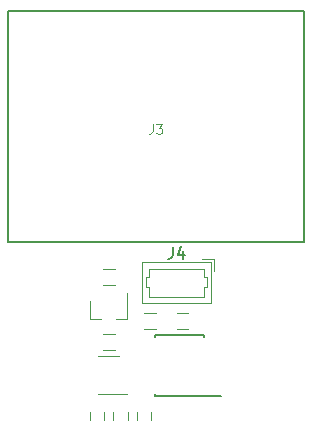
<source format=gto>
G04 This is an RS-274x file exported by *
G04 gerbv version 2.6.2 *
G04 More information is available about gerbv at *
G04 http://gerbv.geda-project.org/ *
G04 --End of header info--*
%MOIN*%
%FSLAX34Y34*%
%IPPOS*%
G04 --Define apertures--*
%ADD10C,0.0039*%
%ADD11C,0.0047*%
%ADD12C,0.0059*%
G04 --Start main section--*
G54D11*
G01X0001535Y0000650D02*
G01X0001535Y0000925D01*
G01X0002008Y0000925D02*
G01X0002008Y0000650D01*
G01X0003110Y0000650D02*
G01X0003110Y0000925D01*
G01X0003583Y0000925D02*
G01X0003583Y0000650D01*
G01X0002323Y0000650D02*
G01X0002323Y0000925D01*
G01X0002795Y0000925D02*
G01X0002795Y0000650D01*
G01X0005571Y0004537D02*
G01X0005571Y0005915D01*
G01X0005571Y0005915D02*
G01X0003287Y0005915D01*
G01X0003287Y0005915D02*
G01X0003287Y0004537D01*
G01X0003287Y0004537D02*
G01X0005571Y0004537D01*
G01X0004429Y0005699D02*
G01X0005354Y0005699D01*
G01X0005354Y0005699D02*
G01X0005354Y0005413D01*
G01X0005354Y0005413D02*
G01X0005433Y0005413D01*
G01X0005433Y0005413D02*
G01X0005433Y0005098D01*
G01X0005433Y0005098D02*
G01X0005354Y0005098D01*
G01X0005354Y0005098D02*
G01X0005354Y0004754D01*
G01X0005354Y0004754D02*
G01X0004429Y0004754D01*
G01X0004429Y0005699D02*
G01X0003504Y0005699D01*
G01X0003504Y0005699D02*
G01X0003504Y0005413D01*
G01X0003504Y0005413D02*
G01X0003425Y0005413D01*
G01X0003425Y0005413D02*
G01X0003425Y0005098D01*
G01X0003425Y0005098D02*
G01X0003504Y0005098D01*
G01X0003504Y0005098D02*
G01X0003504Y0004754D01*
G01X0003504Y0004754D02*
G01X0004429Y0004754D01*
G01X0005669Y0006014D02*
G01X0005669Y0005620D01*
G01X0005669Y0006014D02*
G01X0005276Y0006014D01*
G01X0001543Y0004031D02*
G01X0001909Y0004031D01*
G01X0002787Y0004031D02*
G01X0002421Y0004031D01*
G01X0002787Y0004031D02*
G01X0002787Y0004882D01*
G01X0001543Y0004031D02*
G01X0001543Y0004606D01*
G01X0003740Y0003669D02*
G01X0003346Y0003669D01*
G01X0003346Y0004205D02*
G01X0003740Y0004205D01*
G01X0004823Y0003669D02*
G01X0004429Y0003669D01*
G01X0004429Y0004205D02*
G01X0004823Y0004205D01*
G01X0002362Y0002980D02*
G01X0001969Y0002980D01*
G01X0001969Y0003516D02*
G01X0002362Y0003516D01*
G01X0002362Y0005146D02*
G01X0001969Y0005146D01*
G01X0001969Y0005681D02*
G01X0002362Y0005681D01*
G01X0002520Y0002799D02*
G01X0001811Y0002799D01*
G01X0001811Y0001531D02*
G01X0002776Y0001531D01*
G54D12*
G01X0005344Y0001447D02*
G01X0005344Y0001467D01*
G01X0003711Y0001447D02*
G01X0003711Y0001504D01*
G01X0003711Y0003474D02*
G01X0003711Y0003417D01*
G01X0005344Y0003474D02*
G01X0005344Y0003417D01*
G01X0005344Y0001447D02*
G01X0003711Y0001447D01*
G01X0005344Y0003474D02*
G01X0003711Y0003474D01*
G01X0005344Y0001467D02*
G01X0005896Y0001467D01*
G01X-001181Y0006594D02*
G01X-001181Y0014272D01*
G01X0008661Y0006594D02*
G01X-001181Y0006594D01*
G01X0008661Y0014272D02*
G01X0008661Y0006594D01*
G01X-001181Y0014272D02*
G01X0008661Y0014272D01*
G01X0004298Y0006416D02*
G01X0004298Y0006135D01*
G01X0004298Y0006135D02*
G01X0004279Y0006079D01*
G01X0004279Y0006079D02*
G01X0004242Y0006041D01*
G01X0004242Y0006041D02*
G01X0004185Y0006023D01*
G01X0004185Y0006023D02*
G01X0004148Y0006023D01*
G01X0004654Y0006285D02*
G01X0004654Y0006023D01*
G01X0004560Y0006435D02*
G01X0004467Y0006154D01*
G01X0004467Y0006154D02*
G01X0004710Y0006154D01*
G54D10*
G01X0003635Y0010507D02*
G01X0003635Y0010282D01*
G01X0003635Y0010282D02*
G01X0003620Y0010237D01*
G01X0003620Y0010237D02*
G01X0003590Y0010207D01*
G01X0003590Y0010207D02*
G01X0003545Y0010192D01*
G01X0003545Y0010192D02*
G01X0003515Y0010192D01*
G01X0003755Y0010507D02*
G01X0003950Y0010507D01*
G01X0003950Y0010507D02*
G01X0003845Y0010387D01*
G01X0003845Y0010387D02*
G01X0003890Y0010387D01*
G01X0003890Y0010387D02*
G01X0003920Y0010372D01*
G01X0003920Y0010372D02*
G01X0003935Y0010357D01*
G01X0003935Y0010357D02*
G01X0003950Y0010327D01*
G01X0003950Y0010327D02*
G01X0003950Y0010252D01*
G01X0003950Y0010252D02*
G01X0003935Y0010222D01*
G01X0003935Y0010222D02*
G01X0003920Y0010207D01*
G01X0003920Y0010207D02*
G01X0003890Y0010192D01*
G01X0003890Y0010192D02*
G01X0003800Y0010192D01*
G01X0003800Y0010192D02*
G01X0003770Y0010207D01*
G01X0003770Y0010207D02*
G01X0003755Y0010222D01*
M02*

</source>
